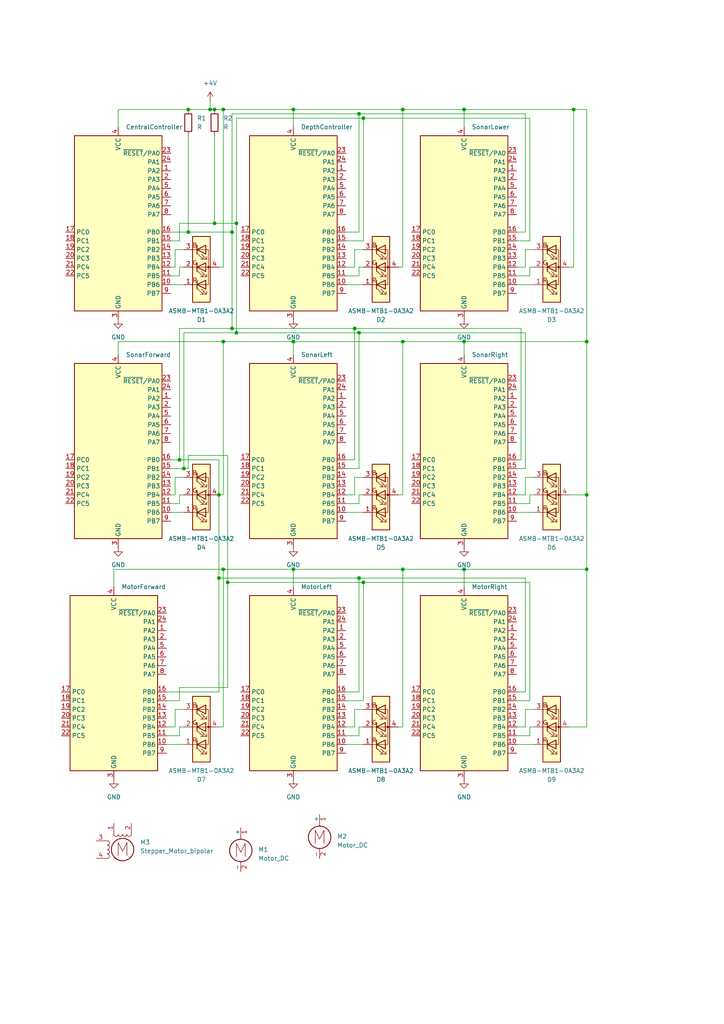
<source format=kicad_sch>
(kicad_sch (version 20231120) (generator "eeschema") (generator_version "8.0")
  (paper "A4" portrait)
  (lib_symbols
    (symbol "Device:R" (pin_numbers hide) (pin_names (offset 0))
      (property "Reference" "R" (at 2.032 0 90))
      (property "Value" "R" (at 0 0 90))
      (symbol "R_0_1"
        (rectangle (start -1.016 -2.54) (end 1.016 2.54) (stroke (width 0.254)))
      )
      (symbol "R_1_1"
        (pin passive line (at 0 3.81 270) (length 1.27) (name "~") (number "1"))
        (pin passive line (at 0 -3.81 90) (length 1.27) (name "~") (number "2"))
      )
    )
    (symbol "LED:ASMB-MTB1-0A3A2" (pin_names (offset 0) hide)
      (property "Reference" "D" (at 0 12.7 0))
      (property "Value" "ASMB-MTB1-0A3A2" (at 1.27 -11.43 0))
      (symbol "ASMB-MTB1-0A3A2_0_0"
        (text "B" (at -1.905 -6.35 0) (effects (font (size 1.27 1.27))))
        (text "G" (at -1.905 -1.27 0) (effects (font (size 1.27 1.27))))
        (text "R" (at -1.905 3.81 0) (effects (font (size 1.27 1.27))))
      )
      (symbol "ASMB-MTB1-0A3A2_0_1"
        (polyline (pts (xy -2.54 -5.08) (xy 1.27 -5.08)))
        (polyline (pts (xy -1.27 -3.81) (xy -1.27 -6.35)) (stroke (width 0.254)))
        (polyline (pts (xy -1.27 1.27) (xy -1.27 -1.27)) (stroke (width 0.254)))
        (polyline (pts (xy -1.27 6.35) (xy -1.27 3.81)) (stroke (width 0.254)))
        (polyline (pts (xy 1.27 5.08) (xy -2.54 5.08)))
        (polyline (pts (xy 2.54 0) (xy -2.54 0)))
        (polyline (pts (xy 1.27 -5.08) (xy 2.032 -5.08) (xy 2.032 5.08) (xy 1.27 5.08)))
        (polyline (pts (xy 1.27 -3.81) (xy 1.27 -6.35) (xy -1.27 -5.08) (xy 1.27 -3.81)) (stroke (width 0.254)))
        (polyline (pts (xy 1.27 1.27) (xy 1.27 -1.27) (xy -1.27 0) (xy 1.27 1.27)) (stroke (width 0.254)))
        (polyline (pts (xy 1.27 6.35) (xy 1.27 3.81) (xy -1.27 5.08) (xy 1.27 6.35)) (stroke (width 0.254)))
        (polyline (pts (xy -1.016 -3.81) (xy 0.508 -2.286) (xy -0.254 -2.286) (xy 0.508 -2.286) (xy 0.508 -3.048)))
        (polyline (pts (xy -1.016 1.27) (xy 0.508 2.794) (xy -0.254 2.794) (xy 0.508 2.794) (xy 0.508 2.032)))
        (polyline (pts (xy -1.016 6.35) (xy 0.508 7.874) (xy -0.254 7.874) (xy 0.508 7.874) (xy 0.508 7.112)))
        (polyline (pts (xy 0 -3.81) (xy 1.524 -2.286) (xy 0.762 -2.286) (xy 1.524 -2.286) (xy 1.524 -3.048)))
        (polyline (pts (xy 0 1.27) (xy 1.524 2.794) (xy 0.762 2.794) (xy 1.524 2.794) (xy 1.524 2.032)))
        (polyline (pts (xy 0 6.35) (xy 1.524 7.874) (xy 0.762 7.874) (xy 1.524 7.874) (xy 1.524 7.112)))
        (rectangle (start 1.27 6.35) (end 1.27 6.35))
        (circle (center 2.032 0) (radius 0.254) (fill (type outline)))
        (rectangle (start 2.54 -8.89) (end -2.54 10.16) (stroke (width 0.254)) (fill (type background)))
      )
      (symbol "ASMB-MTB1-0A3A2_1_1"
        (pin passive line (at -5.08 5.08 0) (length 2.54) (name "RK") (number "1"))
        (pin passive line (at -5.08 0 0) (length 2.54) (name "GK") (number "2"))
        (pin passive line (at -5.08 -5.08 0) (length 2.54) (name "BK") (number "3"))
        (pin passive line (at 5.08 0 180) (length 2.54) (name "A") (number "4"))
      )
    )
    (symbol "MCU_Microchip_ATtiny:ATtiny1627-M"
      (property "Reference" "U" (at -12.7 26.67 0))
      (property "Value" "ATtiny1627-M" (at 2.54 -26.67 0))
      (symbol "ATtiny1627-M_0_1"
        (rectangle (start -12.7 -25.4) (end 12.7 25.4) (stroke (width 0.254)) (fill (type background)))
      )
      (symbol "ATtiny1627-M_1_1"
        (pin bidirectional line (at 15.24 15.24 180) (length 2.54) (name "PA2") (number "1"))
        (pin bidirectional line (at 15.24 -17.78 180) (length 2.54) (name "PB6") (number "10"))
        (pin bidirectional line (at 15.24 -15.24 180) (length 2.54) (name "PB5") (number "11"))
        (pin bidirectional line (at 15.24 -12.7 180) (length 2.54) (name "PB4") (number "12"))
        (pin bidirectional line (at 15.24 -10.16 180) (length 2.54) (name "PB3") (number "13"))
        (pin bidirectional line (at 15.24 -7.62 180) (length 2.54) (name "PB2") (number "14"))
        (pin bidirectional line (at 15.24 -5.08 180) (length 2.54) (name "PB1") (number "15"))
        (pin bidirectional line (at 15.24 -2.54 180) (length 2.54) (name "PB0") (number "16"))
        (pin bidirectional line (at -15.24 -2.54 0) (length 2.54) (name "PC0") (number "17"))
        (pin bidirectional line (at -15.24 -5.08 0) (length 2.54) (name "PC1") (number "18"))
        (pin bidirectional line (at -15.24 -7.62 0) (length 2.54) (name "PC2") (number "19"))
        (pin bidirectional line (at 15.24 12.7 180) (length 2.54) (name "PA3") (number "2"))
        (pin bidirectional line (at -15.24 -10.16 0) (length 2.54) (name "PC3") (number "20"))
        (pin bidirectional line (at -15.24 -12.7 0) (length 2.54) (name "PC4") (number "21"))
        (pin bidirectional line (at -15.24 -15.24 0) (length 2.54) (name "PC5") (number "22"))
        (pin bidirectional line (at 15.24 20.32 180) (length 2.54) (name "~{RESET}/PA0") (number "23"))
        (pin bidirectional line (at 15.24 17.78 180) (length 2.54) (name "PA1") (number "24"))
        (pin passive line (at 0 -27.94 90) (length 2.54) hide (name "GND") (number "25"))
        (pin power_in line (at 0 -27.94 90) (length 2.54) (name "GND") (number "3"))
        (pin power_in line (at 0 27.94 270) (length 2.54) (name "VCC") (number "4"))
        (pin bidirectional line (at 15.24 10.16 180) (length 2.54) (name "PA4") (number "5"))
        (pin bidirectional line (at 15.24 7.62 180) (length 2.54) (name "PA5") (number "6"))
        (pin bidirectional line (at 15.24 5.08 180) (length 2.54) (name "PA6") (number "7"))
        (pin bidirectional line (at 15.24 2.54 180) (length 2.54) (name "PA7") (number "8"))
        (pin bidirectional line (at 15.24 -20.32 180) (length 2.54) (name "PB7") (number "9"))
      )
    )
    (symbol "Motor:Motor_DC" (pin_names (offset 0))
      (property "Reference" "M" (at 2.54 2.54 0))
      (property "Value" "Motor_DC" (at 2.54 -5.08 0))
      (symbol "Motor_DC_0_0"
        (polyline (pts (xy -1.27 -3.302) (xy -1.27 0.508) (xy 0 -2.032) (xy 1.27 0.508) (xy 1.27 -3.302)))
      )
      (symbol "Motor_DC_0_1"
        (circle (center 0 -1.524) (radius 3.2512) (stroke (width 0.254)))
        (polyline (pts (xy 0 -7.62) (xy 0 -7.112)))
        (polyline (pts (xy 0 -4.7752) (xy 0 -5.1816)))
        (polyline (pts (xy 0 1.7272) (xy 0 2.0828)))
        (polyline (pts (xy 0 2.032) (xy 0 2.54)))
      )
      (symbol "Motor_DC_1_1"
        (pin passive line (at 0 5.08 270) (length 2.54) (name "+") (number "1"))
        (pin passive line (at 0 -7.62 90) (length 2.54) (name "-") (number "2"))
      )
    )
    (symbol "Motor:Stepper_Motor_bipolar" (pin_names (offset 0) hide)
      (property "Reference" "M" (at 3.81 2.54 0))
      (property "Value" "Stepper_Motor_bipolar" (at 3.81 1.27 0))
      (symbol "Stepper_Motor_bipolar_0_0"
        (polyline (pts (xy -1.27 -1.778) (xy -1.27 2.032) (xy 0 -0.508) (xy 1.27 2.032) (xy 1.27 -1.778)))
      )
      (symbol "Stepper_Motor_bipolar_0_1"
        (arc (start -4.445 -2.54) (mid -3.8127 -1.905) (end -4.445 -1.27))
        (arc (start -4.445 -1.27) (mid -3.8127 -0.635) (end -4.445 0))
        (arc (start -4.445 0) (mid -3.8127 0.635) (end -4.445 1.27))
        (arc (start -4.445 1.27) (mid -3.8127 1.905) (end -4.445 2.54))
        (arc (start -2.54 4.445) (mid -1.905 3.8127) (end -1.27 4.445))
        (arc (start -1.27 4.445) (mid -0.635 3.8127) (end 0 4.445))
        (polyline (pts (xy -5.08 -2.54) (xy -4.445 -2.54)))
        (polyline (pts (xy -5.08 2.54) (xy -4.445 2.54)))
        (polyline (pts (xy -2.54 5.08) (xy -2.54 4.445)))
        (polyline (pts (xy 2.54 5.08) (xy 2.54 4.445)))
        (circle (center 0 0) (radius 3.2512) (stroke (width 0.254)))
        (arc (start 0 4.445) (mid 0.635 3.8127) (end 1.27 4.445))
        (arc (start 1.27 4.445) (mid 1.905 3.8127) (end 2.54 4.445))
      )
      (symbol "Stepper_Motor_bipolar_1_1"
        (pin passive line (at -2.54 7.62 270) (length 2.54) (name "~") (number "1"))
        (pin passive line (at 2.54 7.62 270) (length 2.54) (name "-") (number "2"))
        (pin passive line (at -7.62 2.54 0) (length 2.54) (name "~") (number "3"))
        (pin passive line (at -7.62 -2.54 0) (length 2.54) (name "~") (number "4"))
      )
    )
    (symbol "power:+4V" (power) (pin_numbers hide) (pin_names (offset 0) hide)
      (property "Value" "+4V" (at 0 3.556 0))
      (symbol "+4V_0_1"
        (polyline (pts (xy -0.762 1.27) (xy 0 2.54)))
        (polyline (pts (xy 0 0) (xy 0 2.54)))
        (polyline (pts (xy 0 2.54) (xy 0.762 1.27)))
      )
      (symbol "+4V_1_1"
        (pin power_in line (at 0 0 90) (length 0) (name "~") (number "1"))
      )
    )
    (symbol "power:GND" (power) (pin_numbers hide) (pin_names (offset 0) hide)
      (property "Value" "GND" (at 0 -3.81 0))
      (symbol "GND_0_1"
        (polyline (pts (xy 0 0) (xy 0 -1.27) (xy 1.27 -1.27) (xy 0 -2.54) (xy -1.27 -1.27) (xy 0 -1.27)))
      )
      (symbol "GND_1_1"
        (pin power_in line (at 0 0 270) (length 0) (name "~") (number "1"))
      )
    )
  )
  (junction (at 105.41 34.29))
  (junction (at 54.61 67.31))
  (junction (at 116.84 165.1))
  (junction (at 63.5 143.51))
  (junction (at 64.77 31.75))
  (junction (at 166.37 31.75))
  (junction (at 134.62 31.75))
  (junction (at 53.34 135.89))
  (junction (at 104.14 33.02))
  (junction (at 66.04 168.91))
  (junction (at 54.61 31.75))
  (junction (at 85.09 31.75))
  (junction (at 104.14 167.64))
  (junction (at 63.5 167.64))
  (junction (at 68.58 64.77))
  (junction (at 104.14 96.52))
  (junction (at 85.09 99.06))
  (junction (at 52.07 133.35))
  (junction (at 68.58 96.52))
  (junction (at 134.62 99.06))
  (junction (at 170.18 165.1))
  (junction (at 102.87 95.25))
  (junction (at 62.23 31.75))
  (junction (at 170.18 143.51))
  (junction (at 134.62 165.1))
  (junction (at 67.31 67.31))
  (junction (at 170.18 99.06))
  (junction (at 64.77 99.06))
  (junction (at 67.31 95.25))
  (junction (at 85.09 165.1))
  (junction (at 60.96 31.75))
  (junction (at 64.77 165.1))
  (junction (at 116.84 99.06))
  (junction (at 62.23 64.77))
  (junction (at 116.84 31.75))
  (junction (at 105.41 168.91))
  (wire (pts (xy 60.96 31.75) (xy 54.61 31.75)))
  (wire (pts (xy 100.33 203.2) (xy 105.41 203.2)))
  (wire (pts (xy 134.62 99.06) (xy 170.18 99.06)))
  (wire (pts (xy 100.33 213.36) (xy 104.14 213.36)))
  (wire (pts (xy 52.07 213.36) (xy 52.07 210.82)))
  (wire (pts (xy 54.61 132.08) (xy 54.61 135.89)))
  (wire (pts (xy 104.14 77.47) (xy 105.41 77.47)))
  (wire (pts (xy 33.02 170.18) (xy 33.02 165.1)))
  (wire (pts (xy 149.86 143.51) (xy 152.4 143.51)))
  (wire (pts (xy 170.18 31.75) (xy 166.37 31.75)))
  (wire (pts (xy 85.09 102.87) (xy 85.09 99.06)))
  (wire (pts (xy 49.53 80.01) (xy 52.07 80.01)))
  (wire (pts (xy 152.4 135.89) (xy 152.4 96.52)))
  (wire (pts (xy 165.1 77.47) (xy 166.37 77.47)))
  (wire (pts (xy 134.62 165.1) (xy 134.62 170.18)))
  (wire (pts (xy 116.84 99.06) (xy 134.62 99.06)))
  (wire (pts (xy 149.86 135.89) (xy 152.4 135.89)))
  (wire (pts (xy 54.61 67.31) (xy 67.31 67.31)))
  (wire (pts (xy 153.67 213.36) (xy 153.67 210.82)))
  (wire (pts (xy 100.33 210.82) (xy 102.87 210.82)))
  (wire (pts (xy 102.87 72.39) (xy 105.41 72.39)))
  (wire (pts (xy 85.09 165.1) (xy 116.84 165.1)))
  (wire (pts (xy 165.1 143.51) (xy 170.18 143.51)))
  (wire (pts (xy 152.4 67.31) (xy 152.4 33.02)))
  (wire (pts (xy 49.53 148.59) (xy 53.34 148.59)))
  (wire (pts (xy 85.09 31.75) (xy 64.77 31.75)))
  (wire (pts (xy 116.84 31.75) (xy 85.09 31.75)))
  (wire (pts (xy 151.13 133.35) (xy 151.13 95.25)))
  (wire (pts (xy 153.67 210.82) (xy 154.94 210.82)))
  (wire (pts (xy 151.13 95.25) (xy 102.87 95.25)))
  (wire (pts (xy 100.33 148.59) (xy 105.41 148.59)))
  (wire (pts (xy 102.87 95.25) (xy 67.31 95.25)))
  (wire (pts (xy 64.77 165.1) (xy 85.09 165.1)))
  (wire (pts (xy 49.53 69.85) (xy 52.07 69.85)))
  (wire (pts (xy 34.29 102.87) (xy 34.29 99.06)))
  (wire (pts (xy 48.26 200.66) (xy 63.5 200.66)))
  (wire (pts (xy 170.18 165.1) (xy 170.18 143.51)))
  (wire (pts (xy 153.67 146.05) (xy 153.67 143.51)))
  (wire (pts (xy 104.14 213.36) (xy 104.14 210.82)))
  (wire (pts (xy 170.18 165.1) (xy 134.62 165.1)))
  (wire (pts (xy 149.86 200.66) (xy 152.4 200.66)))
  (wire (pts (xy 52.07 77.47) (xy 53.34 77.47)))
  (wire (pts (xy 149.86 146.05) (xy 153.67 146.05)))
  (wire (pts (xy 153.67 80.01) (xy 153.67 77.47)))
  (wire (pts (xy 100.33 146.05) (xy 104.14 146.05)))
  (wire (pts (xy 62.23 64.77) (xy 68.58 64.77)))
  (wire (pts (xy 149.86 215.9) (xy 154.94 215.9)))
  (wire (pts (xy 63.5 210.82) (xy 64.77 210.82)))
  (wire (pts (xy 152.4 96.52) (xy 104.14 96.52)))
  (wire (pts (xy 52.07 146.05) (xy 52.07 143.51)))
  (wire (pts (xy 152.4 77.47) (xy 152.4 72.39)))
  (wire (pts (xy 116.84 165.1) (xy 116.84 210.82)))
  (wire (pts (xy 115.57 210.82) (xy 116.84 210.82)))
  (wire (pts (xy 49.53 146.05) (xy 52.07 146.05)))
  (wire (pts (xy 134.62 31.75) (xy 166.37 31.75)))
  (wire (pts (xy 152.4 205.74) (xy 154.94 205.74)))
  (wire (pts (xy 34.29 99.06) (xy 64.77 99.06)))
  (wire (pts (xy 63.5 200.66) (xy 63.5 167.64)))
  (wire (pts (xy 105.41 69.85) (xy 100.33 69.85)))
  (wire (pts (xy 50.8 143.51) (xy 50.8 138.43)))
  (wire (pts (xy 100.33 80.01) (xy 104.14 80.01)))
  (wire (pts (xy 60.96 31.75) (xy 62.23 31.75)))
  (wire (pts (xy 152.4 143.51) (xy 152.4 138.43)))
  (wire (pts (xy 102.87 210.82) (xy 102.87 205.74)))
  (wire (pts (xy 48.26 213.36) (xy 52.07 213.36)))
  (wire (pts (xy 104.14 80.01) (xy 104.14 77.47)))
  (wire (pts (xy 116.84 77.47) (xy 116.84 31.75)))
  (wire (pts (xy 105.41 168.91) (xy 66.04 168.91)))
  (wire (pts (xy 60.96 29.21) (xy 60.96 31.75)))
  (wire (pts (xy 52.07 199.39) (xy 66.04 199.39)))
  (wire (pts (xy 152.4 72.39) (xy 154.94 72.39)))
  (wire (pts (xy 134.62 31.75) (xy 134.62 36.83)))
  (wire (pts (xy 49.53 82.55) (xy 53.34 82.55)))
  (wire (pts (xy 100.33 200.66) (xy 104.14 200.66)))
  (wire (pts (xy 149.86 213.36) (xy 153.67 213.36)))
  (wire (pts (xy 52.07 210.82) (xy 53.34 210.82)))
  (wire (pts (xy 149.86 80.01) (xy 153.67 80.01)))
  (wire (pts (xy 68.58 34.29) (xy 105.41 34.29)))
  (wire (pts (xy 102.87 205.74) (xy 105.41 205.74)))
  (wire (pts (xy 104.14 146.05) (xy 104.14 143.51)))
  (wire (pts (xy 153.67 143.51) (xy 154.94 143.51)))
  (wire (pts (xy 149.86 210.82) (xy 152.4 210.82)))
  (wire (pts (xy 100.33 133.35) (xy 102.87 133.35)))
  (wire (pts (xy 149.86 82.55) (xy 154.94 82.55)))
  (wire (pts (xy 149.86 77.47) (xy 152.4 77.47)))
  (wire (pts (xy 170.18 31.75) (xy 170.18 99.06)))
  (wire (pts (xy 104.14 210.82) (xy 105.41 210.82)))
  (wire (pts (xy 53.34 135.89) (xy 53.34 96.52)))
  (wire (pts (xy 116.84 31.75) (xy 134.62 31.75)))
  (wire (pts (xy 100.33 135.89) (xy 104.14 135.89)))
  (wire (pts (xy 54.61 31.75) (xy 34.29 31.75)))
  (wire (pts (xy 104.14 200.66) (xy 104.14 167.64)))
  (wire (pts (xy 63.5 143.51) (xy 64.77 143.51)))
  (wire (pts (xy 153.67 34.29) (xy 105.41 34.29)))
  (wire (pts (xy 67.31 33.02) (xy 104.14 33.02)))
  (wire (pts (xy 64.77 99.06) (xy 64.77 143.51)))
  (wire (pts (xy 63.5 143.51) (xy 63.5 133.35)))
  (wire (pts (xy 52.07 69.85) (xy 52.07 64.77)))
  (wire (pts (xy 104.14 96.52) (xy 68.58 96.52)))
  (wire (pts (xy 85.09 36.83) (xy 85.09 31.75)))
  (wire (pts (xy 149.86 67.31) (xy 152.4 67.31)))
  (wire (pts (xy 49.53 67.31) (xy 54.61 67.31)))
  (wire (pts (xy 64.77 31.75) (xy 64.77 77.47)))
  (wire (pts (xy 66.04 132.08) (xy 54.61 132.08)))
  (wire (pts (xy 64.77 165.1) (xy 64.77 210.82)))
  (wire (pts (xy 149.86 203.2) (xy 153.67 203.2)))
  (wire (pts (xy 62.23 39.37) (xy 62.23 64.77)))
  (wire (pts (xy 66.04 199.39) (xy 66.04 168.91)))
  (wire (pts (xy 153.67 203.2) (xy 153.67 168.91)))
  (wire (pts (xy 63.5 77.47) (xy 64.77 77.47)))
  (wire (pts (xy 64.77 99.06) (xy 85.09 99.06)))
  (wire (pts (xy 115.57 143.51) (xy 116.84 143.51)))
  (wire (pts (xy 165.1 210.82) (xy 170.18 210.82)))
  (wire (pts (xy 53.34 135.89) (xy 54.61 135.89)))
  (wire (pts (xy 54.61 39.37) (xy 54.61 67.31)))
  (wire (pts (xy 68.58 96.52) (xy 68.58 64.77)))
  (wire (pts (xy 52.07 95.25) (xy 67.31 95.25)))
  (wire (pts (xy 63.5 133.35) (xy 52.07 133.35)))
  (wire (pts (xy 166.37 77.47) (xy 166.37 31.75)))
  (wire (pts (xy 100.33 82.55) (xy 105.41 82.55)))
  (wire (pts (xy 152.4 210.82) (xy 152.4 205.74)))
  (wire (pts (xy 52.07 133.35) (xy 52.07 95.25)))
  (wire (pts (xy 49.53 77.47) (xy 50.8 77.47)))
  (wire (pts (xy 170.18 210.82) (xy 170.18 165.1)))
  (wire (pts (xy 149.86 69.85) (xy 153.67 69.85)))
  (wire (pts (xy 50.8 138.43) (xy 53.34 138.43)))
  (wire (pts (xy 104.14 167.64) (xy 63.5 167.64)))
  (wire (pts (xy 134.62 102.87) (xy 134.62 99.06)))
  (wire (pts (xy 102.87 138.43) (xy 105.41 138.43)))
  (wire (pts (xy 33.02 165.1) (xy 64.77 165.1)))
  (wire (pts (xy 50.8 210.82) (xy 50.8 205.74)))
  (wire (pts (xy 152.4 200.66) (xy 152.4 167.64)))
  (wire (pts (xy 100.33 77.47) (xy 102.87 77.47)))
  (wire (pts (xy 85.09 99.06) (xy 116.84 99.06)))
  (wire (pts (xy 104.14 143.51) (xy 105.41 143.51)))
  (wire (pts (xy 102.87 77.47) (xy 102.87 72.39)))
  (wire (pts (xy 85.09 170.18) (xy 85.09 165.1)))
  (wire (pts (xy 48.26 203.2) (xy 52.07 203.2)))
  (wire (pts (xy 34.29 31.75) (xy 34.29 36.83)))
  (wire (pts (xy 153.67 77.47) (xy 154.94 77.47)))
  (wire (pts (xy 104.14 135.89) (xy 104.14 96.52)))
  (wire (pts (xy 48.26 215.9) (xy 53.34 215.9)))
  (wire (pts (xy 100.33 215.9) (xy 105.41 215.9)))
  (wire (pts (xy 116.84 165.1) (xy 134.62 165.1)))
  (wire (pts (xy 52.07 64.77) (xy 62.23 64.77)))
  (wire (pts (xy 52.07 80.01) (xy 52.07 77.47)))
  (wire (pts (xy 115.57 77.47) (xy 116.84 77.47)))
  (wire (pts (xy 49.53 135.89) (xy 53.34 135.89)))
  (wire (pts (xy 62.23 31.75) (xy 64.77 31.75)))
  (wire (pts (xy 102.87 143.51) (xy 102.87 138.43)))
  (wire (pts (xy 66.04 168.91) (xy 66.04 132.08)))
  (wire (pts (xy 152.4 33.02) (xy 104.14 33.02)))
  (wire (pts (xy 105.41 203.2) (xy 105.41 168.91)))
  (wire (pts (xy 152.4 167.64) (xy 104.14 167.64)))
  (wire (pts (xy 149.86 148.59) (xy 154.94 148.59)))
  (wire (pts (xy 50.8 205.74) (xy 53.34 205.74)))
  (wire (pts (xy 152.4 138.43) (xy 154.94 138.43)))
  (wire (pts (xy 149.86 133.35) (xy 151.13 133.35)))
  (wire (pts (xy 63.5 167.64) (xy 63.5 143.51)))
  (wire (pts (xy 50.8 72.39) (xy 53.34 72.39)))
  (wire (pts (xy 49.53 143.51) (xy 50.8 143.51)))
  (wire (pts (xy 68.58 64.77) (xy 68.58 34.29)))
  (wire (pts (xy 153.67 168.91) (xy 105.41 168.91)))
  (wire (pts (xy 116.84 143.51) (xy 116.84 99.06)))
  (wire (pts (xy 153.67 69.85) (xy 153.67 34.29)))
  (wire (pts (xy 104.14 67.31) (xy 100.33 67.31)))
  (wire (pts (xy 53.34 96.52) (xy 68.58 96.52)))
  (wire (pts (xy 48.26 210.82) (xy 50.8 210.82)))
  (wire (pts (xy 102.87 133.35) (xy 102.87 95.25)))
  (wire (pts (xy 105.41 34.29) (xy 105.41 69.85)))
  (wire (pts (xy 104.14 33.02) (xy 104.14 67.31)))
  (wire (pts (xy 67.31 67.31) (xy 67.31 33.02)))
  (wire (pts (xy 100.33 143.51) (xy 102.87 143.51)))
  (wire (pts (xy 50.8 77.47) (xy 50.8 72.39)))
  (wire (pts (xy 67.31 95.25) (xy 67.31 67.31)))
  (wire (pts (xy 52.07 143.51) (xy 53.34 143.51)))
  (wire (pts (xy 170.18 143.51) (xy 170.18 99.06)))
  (wire (pts (xy 49.53 133.35) (xy 52.07 133.35)))
  (wire (pts (xy 52.07 203.2) (xy 52.07 199.39)))
  (symbol (lib_id "power:GND") (at 33.02 226.06 0) (unit 1)
    (property "Reference" "#PWR010" (effects (hide yes)))
    (property "Value" "GND" (at 33.02 231.14 0))
    (property "Description" "Power symbol creates a global label with name \"GND\" , ground" (effects (hide yes)))
  )
  (symbol (lib_id "LED:ASMB-MTB1-0A3A2") (at 110.49 77.47 0) (mirror x) (unit 1)
    (property "Reference" "D2" (at 110.49 92.71 0))
    (property "Value" "ASMB-MTB1-0A3A2" (at 110.49 90.17 0))
    (property "Footprint" "LED_SMD:LED_Avago_PLCC4_3.2x2.8mm_CW" (effects (hide yes)))
    (property "Datasheet" "https://docs.broadcom.com/docs/AV02-4194EN" (effects (hide yes)))
    (property "Description" "Tricolor Black Surface LED, Common Anode Pin 4, PLCC-4" (effects (hide yes)))
  )
  (symbol (lib_id "power:+4V") (at 60.96 29.21 0) (unit 1)
    (property "Reference" "#PWR01" (effects (hide yes)))
    (property "Value" "+4V" (at 60.96 24.13 0))
    (property "Description" "Power symbol creates a global label with name \"+4V\"" (effects (hide yes)))
  )
  (symbol (lib_id "LED:ASMB-MTB1-0A3A2") (at 160.02 143.51 0) (mirror x) (unit 1)
    (property "Reference" "D6" (at 160.02 158.75 0))
    (property "Value" "ASMB-MTB1-0A3A2" (at 160.02 156.21 0))
    (property "Footprint" "LED_SMD:LED_Avago_PLCC4_3.2x2.8mm_CW" (effects (hide yes)))
    (property "Datasheet" "https://docs.broadcom.com/docs/AV02-4194EN" (effects (hide yes)))
    (property "Description" "Tricolor Black Surface LED, Common Anode Pin 4, PLCC-4" (effects (hide yes)))
  )
  (symbol (lib_id "power:GND") (at 85.09 158.75 0) (unit 1)
    (property "Reference" "#PWR06" (effects (hide yes)))
    (property "Value" "GND" (at 85.09 163.83 0))
    (property "Description" "Power symbol creates a global label with name \"GND\" , ground" (effects (hide yes)))
  )
  (symbol (lib_id "LED:ASMB-MTB1-0A3A2") (at 58.42 77.47 0) (mirror x) (unit 1)
    (property "Reference" "D1" (at 58.42 92.71 0))
    (property "Value" "ASMB-MTB1-0A3A2" (at 58.42 90.17 0))
    (property "Footprint" "LED_SMD:LED_Avago_PLCC4_3.2x2.8mm_CW" (effects (hide yes)))
    (property "Datasheet" "https://docs.broadcom.com/docs/AV02-4194EN" (effects (hide yes)))
    (property "Description" "Tricolor Black Surface LED, Common Anode Pin 4, PLCC-4" (effects (hide yes)))
  )
  (symbol (lib_id "MCU_Microchip_ATtiny:ATtiny1627-M") (at 34.29 64.77 0) (unit 1)
    (property "Reference" "U1" (effects (hide yes)))
    (property "Value" "CentralController" (at 36.4841 36.83 0) (effects (justify left)))
    (property "Footprint" "Package_DFN_QFN:QFN-24-1EP_4x4mm_P0.5mm_EP2.6x2.6mm" (effects (hide yes)))
    (property "Datasheet" "https://ww1.microchip.com/downloads/en/DeviceDoc/ATtiny1624-26-27-DataSheet-DS40002234A.pdf" (effects (hide yes)))
    (property "Description" "20MHz, 16kB Flash, 2kB SRAM, 256B EEPROM, VQFN-24" (effects (hide yes)))
  )
  (symbol (lib_id "power:GND") (at 134.62 226.06 0) (unit 1)
    (property "Reference" "#PWR08" (effects (hide yes)))
    (property "Value" "GND" (at 134.62 231.14 0))
    (property "Description" "Power symbol creates a global label with name \"GND\" , ground" (effects (hide yes)))
  )
  (symbol (lib_id "power:GND") (at 85.09 226.06 0) (unit 1)
    (property "Reference" "#PWR09" (effects (hide yes)))
    (property "Value" "GND" (at 85.09 231.14 0))
    (property "Description" "Power symbol creates a global label with name \"GND\" , ground" (effects (hide yes)))
  )
  (symbol (lib_id "MCU_Microchip_ATtiny:ATtiny1627-M") (at 134.62 64.77 0) (unit 1)
    (property "Reference" "U5" (effects (hide yes)))
    (property "Value" "SonarLower" (at 136.8141 36.83 0) (effects (justify left)))
    (property "Footprint" "Package_DFN_QFN:QFN-24-1EP_4x4mm_P0.5mm_EP2.6x2.6mm" (effects (hide yes)))
    (property "Datasheet" "https://ww1.microchip.com/downloads/en/DeviceDoc/ATtiny1624-26-27-DataSheet-DS40002234A.pdf" (effects (hide yes)))
    (property "Description" "20MHz, 16kB Flash, 2kB SRAM, 256B EEPROM, VQFN-24" (effects (hide yes)))
  )
  (symbol (lib_id "Device:R") (at 62.23 35.56 0) (unit 1)
    (property "Reference" "R2" (at 64.77 34.2899 0) (effects (justify left)))
    (property "Value" "R" (at 64.77 36.8299 0) (effects (justify left)))
    (property "Description" "Resistor" (effects (hide yes)))
  )
  (symbol (lib_id "LED:ASMB-MTB1-0A3A2") (at 160.02 77.47 0) (mirror x) (unit 1)
    (property "Reference" "D3" (at 160.02 92.71 0))
    (property "Value" "ASMB-MTB1-0A3A2" (at 160.02 90.17 0))
    (property "Footprint" "LED_SMD:LED_Avago_PLCC4_3.2x2.8mm_CW" (effects (hide yes)))
    (property "Datasheet" "https://docs.broadcom.com/docs/AV02-4194EN" (effects (hide yes)))
    (property "Description" "Tricolor Black Surface LED, Common Anode Pin 4, PLCC-4" (effects (hide yes)))
  )
  (symbol (lib_id "LED:ASMB-MTB1-0A3A2") (at 160.02 210.82 0) (mirror x) (unit 1)
    (property "Reference" "D9" (at 160.02 226.06 0))
    (property "Value" "ASMB-MTB1-0A3A2" (at 160.02 223.52 0))
    (property "Footprint" "LED_SMD:LED_Avago_PLCC4_3.2x2.8mm_CW" (effects (hide yes)))
    (property "Datasheet" "https://docs.broadcom.com/docs/AV02-4194EN" (effects (hide yes)))
    (property "Description" "Tricolor Black Surface LED, Common Anode Pin 4, PLCC-4" (effects (hide yes)))
  )
  (symbol (lib_id "LED:ASMB-MTB1-0A3A2") (at 110.49 210.82 0) (mirror x) (unit 1)
    (property "Reference" "D8" (at 110.49 226.06 0))
    (property "Value" "ASMB-MTB1-0A3A2" (at 110.49 223.52 0))
    (property "Footprint" "LED_SMD:LED_Avago_PLCC4_3.2x2.8mm_CW" (effects (hide yes)))
    (property "Datasheet" "https://docs.broadcom.com/docs/AV02-4194EN" (effects (hide yes)))
    (property "Description" "Tricolor Black Surface LED, Common Anode Pin 4, PLCC-4" (effects (hide yes)))
  )
  (symbol (lib_id "MCU_Microchip_ATtiny:ATtiny1627-M") (at 85.09 130.81 0) (unit 1)
    (property "Reference" "U7" (effects (hide yes)))
    (property "Value" "SonarLeft" (at 87.2841 102.87 0) (effects (justify left)))
    (property "Footprint" "Package_DFN_QFN:QFN-24-1EP_4x4mm_P0.5mm_EP2.6x2.6mm" (effects (hide yes)))
    (property "Datasheet" "https://ww1.microchip.com/downloads/en/DeviceDoc/ATtiny1624-26-27-DataSheet-DS40002234A.pdf" (effects (hide yes)))
    (property "Description" "20MHz, 16kB Flash, 2kB SRAM, 256B EEPROM, VQFN-24" (effects (hide yes)))
  )
  (symbol (lib_id "power:GND") (at 34.29 158.75 0) (unit 1)
    (property "Reference" "#PWR05" (effects (hide yes)))
    (property "Value" "GND" (at 34.29 163.83 0))
    (property "Description" "Power symbol creates a global label with name \"GND\" , ground" (effects (hide yes)))
  )
  (symbol (lib_id "Device:R") (at 54.61 35.56 0) (unit 1)
    (property "Reference" "R1" (at 57.15 34.2899 0) (effects (justify left)))
    (property "Value" "R" (at 57.15 36.8299 0) (effects (justify left)))
    (property "Description" "Resistor" (effects (hide yes)))
  )
  (symbol (lib_id "LED:ASMB-MTB1-0A3A2") (at 58.42 210.82 0) (mirror x) (unit 1)
    (property "Reference" "D7" (at 58.42 226.06 0))
    (property "Value" "ASMB-MTB1-0A3A2" (at 58.42 223.52 0))
    (property "Footprint" "LED_SMD:LED_Avago_PLCC4_3.2x2.8mm_CW" (effects (hide yes)))
    (property "Datasheet" "https://docs.broadcom.com/docs/AV02-4194EN" (effects (hide yes)))
    (property "Description" "Tricolor Black Surface LED, Common Anode Pin 4, PLCC-4" (effects (hide yes)))
  )
  (symbol (lib_id "MCU_Microchip_ATtiny:ATtiny1627-M") (at 33.02 198.12 0) (unit 1)
    (property "Reference" "U9" (effects (hide yes)))
    (property "Value" "MotorForward" (at 35.2141 170.18 0) (effects (justify left)))
    (property "Footprint" "Package_DFN_QFN:QFN-24-1EP_4x4mm_P0.5mm_EP2.6x2.6mm" (effects (hide yes)))
    (property "Datasheet" "https://ww1.microchip.com/downloads/en/DeviceDoc/ATtiny1624-26-27-DataSheet-DS40002234A.pdf" (effects (hide yes)))
    (property "Description" "20MHz, 16kB Flash, 2kB SRAM, 256B EEPROM, VQFN-24" (effects (hide yes)))
  )
  (symbol (lib_id "Motor:Motor_DC") (at 69.85 245.11 0) (unit 1)
    (property "Reference" "M1" (at 74.93 246.3799 0) (effects (justify left)))
    (property "Value" "Motor_DC" (at 74.93 248.9199 0) (effects (justify left)))
    (property "Description" "DC Motor" (effects (hide yes)))
  )
  (symbol (lib_id "power:GND") (at 134.62 92.71 0) (unit 1)
    (property "Reference" "#PWR04" (effects (hide yes)))
    (property "Value" "GND" (at 134.62 97.79 0))
    (property "Description" "Power symbol creates a global label with name \"GND\" , ground" (effects (hide yes)))
  )
  (symbol (lib_id "MCU_Microchip_ATtiny:ATtiny1627-M") (at 85.09 198.12 0) (unit 1)
    (property "Reference" "U3" (effects (hide yes)))
    (property "Value" "MotorLeft" (at 87.2841 170.18 0) (effects (justify left)))
    (property "Footprint" "Package_DFN_QFN:QFN-24-1EP_4x4mm_P0.5mm_EP2.6x2.6mm" (effects (hide yes)))
    (property "Datasheet" "https://ww1.microchip.com/downloads/en/DeviceDoc/ATtiny1624-26-27-DataSheet-DS40002234A.pdf" (effects (hide yes)))
    (property "Description" "20MHz, 16kB Flash, 2kB SRAM, 256B EEPROM, VQFN-24" (effects (hide yes)))
  )
  (symbol (lib_id "Motor:Stepper_Motor_bipolar") (at 35.56 246.38 0) (unit 1)
    (property "Reference" "M3" (at 40.64 244.259 0) (effects (justify left)))
    (property "Value" "Stepper_Motor_bipolar" (at 40.64 246.799 0) (effects (justify left)))
    (property "Datasheet" "http://www.infineon.com/dgdl/Application-Note-TLE8110EE_driving_UniPolarStepperMotor_V1.1.pdf?fileId=db3a30431be39b97011be5d0aa0a00b0" (effects (hide yes)))
    (property "Description" "4-wire bipolar stepper motor" (effects (hide yes)))
  )
  (symbol (lib_id "MCU_Microchip_ATtiny:ATtiny1627-M") (at 134.62 130.81 0) (unit 1)
    (property "Reference" "U8" (effects (hide yes)))
    (property "Value" "SonarRight" (at 136.8141 102.87 0) (effects (justify left)))
    (property "Footprint" "Package_DFN_QFN:QFN-24-1EP_4x4mm_P0.5mm_EP2.6x2.6mm" (effects (hide yes)))
    (property "Datasheet" "https://ww1.microchip.com/downloads/en/DeviceDoc/ATtiny1624-26-27-DataSheet-DS40002234A.pdf" (effects (hide yes)))
    (property "Description" "20MHz, 16kB Flash, 2kB SRAM, 256B EEPROM, VQFN-24" (effects (hide yes)))
  )
  (symbol (lib_id "Motor:Motor_DC") (at 92.71 241.3 0) (unit 1)
    (property "Reference" "M2" (at 97.79 242.5699 0) (effects (justify left)))
    (property "Value" "Motor_DC" (at 97.79 245.1099 0) (effects (justify left)))
    (property "Description" "DC Motor" (effects (hide yes)))
  )
  (symbol (lib_id "power:GND") (at 34.29 92.71 0) (unit 1)
    (property "Reference" "#PWR02" (effects (hide yes)))
    (property "Value" "GND" (at 34.29 97.79 0))
    (property "Description" "Power symbol creates a global label with name \"GND\" , ground" (effects (hide yes)))
  )
  (symbol (lib_id "MCU_Microchip_ATtiny:ATtiny1627-M") (at 134.62 198.12 0) (unit 1)
    (property "Reference" "U2" (effects (hide yes)))
    (property "Value" "MotorRight" (at 136.8141 170.18 0) (effects (justify left)))
    (property "Footprint" "Package_DFN_QFN:QFN-24-1EP_4x4mm_P0.5mm_EP2.6x2.6mm" (effects (hide yes)))
    (property "Datasheet" "https://ww1.microchip.com/downloads/en/DeviceDoc/ATtiny1624-26-27-DataSheet-DS40002234A.pdf" (effects (hide yes)))
    (property "Description" "20MHz, 16kB Flash, 2kB SRAM, 256B EEPROM, VQFN-24" (effects (hide yes)))
  )
  (symbol (lib_id "power:GND") (at 85.09 92.71 0) (unit 1)
    (property "Reference" "#PWR03" (effects (hide yes)))
    (property "Value" "GND" (at 85.09 97.79 0))
    (property "Description" "Power symbol creates a global label with name \"GND\" , ground" (effects (hide yes)))
  )
  (symbol (lib_id "LED:ASMB-MTB1-0A3A2") (at 58.42 143.51 0) (mirror x) (unit 1)
    (property "Reference" "D4" (at 58.42 158.75 0))
    (property "Value" "ASMB-MTB1-0A3A2" (at 58.42 156.21 0))
    (property "Footprint" "LED_SMD:LED_Avago_PLCC4_3.2x2.8mm_CW" (effects (hide yes)))
    (property "Datasheet" "https://docs.broadcom.com/docs/AV02-4194EN" (effects (hide yes)))
    (property "Description" "Tricolor Black Surface LED, Common Anode Pin 4, PLCC-4" (effects (hide yes)))
  )
  (symbol (lib_id "power:GND") (at 134.62 158.75 0) (unit 1)
    (property "Reference" "#PWR07" (effects (hide yes)))
    (property "Value" "GND" (at 134.62 163.83 0))
    (property "Description" "Power symbol creates a global label with name \"GND\" , ground" (effects (hide yes)))
  )
  (symbol (lib_id "LED:ASMB-MTB1-0A3A2") (at 110.49 143.51 0) (mirror x) (unit 1)
    (property "Reference" "D5" (at 110.49 158.75 0))
    (property "Value" "ASMB-MTB1-0A3A2" (at 110.49 156.21 0))
    (property "Footprint" "LED_SMD:LED_Avago_PLCC4_3.2x2.8mm_CW" (effects (hide yes)))
    (property "Datasheet" "https://docs.broadcom.com/docs/AV02-4194EN" (effects (hide yes)))
    (property "Description" "Tricolor Black Surface LED, Common Anode Pin 4, PLCC-4" (effects (hide yes)))
  )
  (symbol (lib_id "MCU_Microchip_ATtiny:ATtiny1627-M") (at 85.09 64.77 0) (unit 1)
    (property "Reference" "U4" (effects (hide yes)))
    (property "Value" "DepthController" (at 87.2841 36.83 0) (effects (justify left)))
    (property "Footprint" "Package_DFN_QFN:QFN-24-1EP_4x4mm_P0.5mm_EP2.6x2.6mm" (effects (hide yes)))
    (property "Datasheet" "https://ww1.microchip.com/downloads/en/DeviceDoc/ATtiny1624-26-27-DataSheet-DS40002234A.pdf" (effects (hide yes)))
    (property "Description" "20MHz, 16kB Flash, 2kB SRAM, 256B EEPROM, VQFN-24" (effects (hide yes)))
  )
  (symbol (lib_id "MCU_Microchip_ATtiny:ATtiny1627-M") (at 34.29 130.81 0) (unit 1)
    (property "Reference" "U6" (effects (hide yes)))
    (property "Value" "SonarForward" (at 36.4841 102.87 0) (effects (justify left)))
    (property "Footprint" "Package_DFN_QFN:QFN-24-1EP_4x4mm_P0.5mm_EP2.6x2.6mm" (effects (hide yes)))
    (property "Datasheet" "https://ww1.microchip.com/downloads/en/DeviceDoc/ATtiny1624-26-27-DataSheet-DS40002234A.pdf" (effects (hide yes)))
    (property "Description" "20MHz, 16kB Flash, 2kB SRAM, 256B EEPROM, VQFN-24" (effects (hide yes)))
  )
)
</source>
